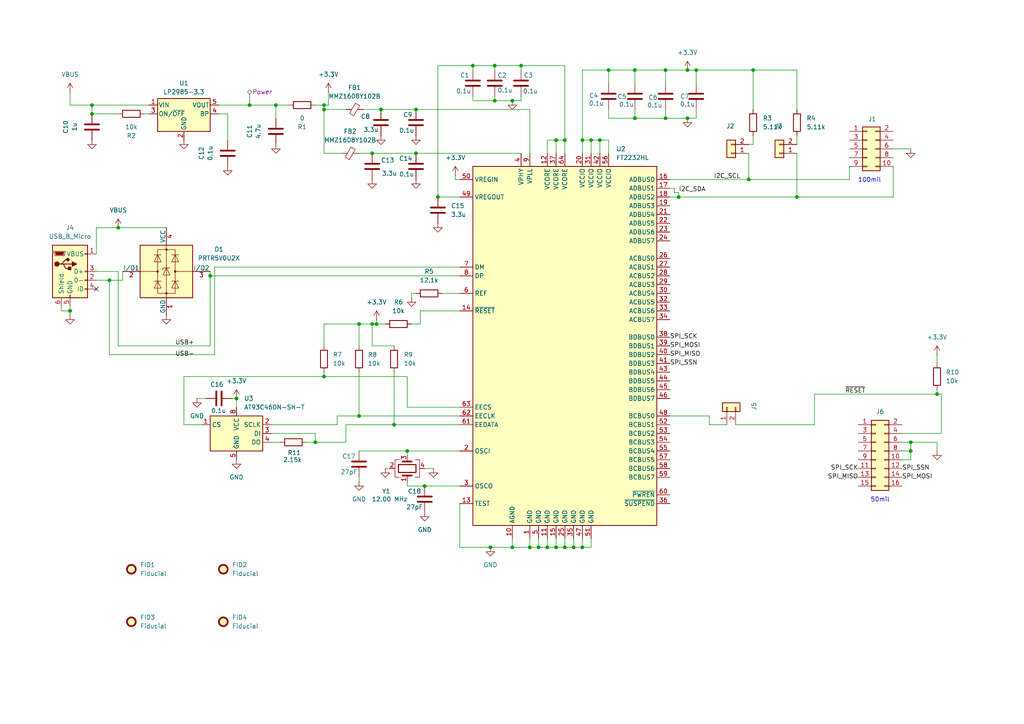
<source format=kicad_sch>
(kicad_sch (version 20231120) (generator "eeschema") (generator_version "8.0")
  (paper "A4")
  (lib_symbols
    (symbol "Connector:USB_B_Micro" (pin_names (offset 1.016))
      (property "Reference" "J" (at -5.08 11.43 0))
      (property "Value" "USB_B_Micro" (at -5.08 8.89 0))
      (symbol "USB_B_Micro_1_1"
        (pin power_out line (at 7.62 5.08 180) (length 2.54) (name "VBUS") (number "1"))
        (pin bidirectional line (at 7.62 -2.54 180) (length 2.54) (name "D-") (number "2"))
        (pin bidirectional line (at 7.62 0 180) (length 2.54) (name "D+") (number "3"))
        (pin passive line (at 7.62 -5.08 180) (length 2.54) (name "ID") (number "4"))
        (pin power_out line (at 0 -10.16 90) (length 2.54) (name "GND") (number "5"))
        (pin passive line (at -2.54 -10.16 90) (length 2.54) (name "Shield") (number "6"))
      )
    )
    (symbol "Connector_Generic:Conn_01x02" (pin_names (offset 1.016) hide)
      (property "Reference" "J" (at 0 2.54 0))
      (property "Value" "Conn_01x02" (at 0 -5.08 0))
      (symbol "Conn_01x02_1_1"
        (pin passive line (at -5.08 0 0) (length 3.81) (name "Pin_1") (number "1"))
        (pin passive line (at -5.08 -2.54 0) (length 3.81) (name "Pin_2") (number "2"))
      )
    )
    (symbol "Connector_Generic:Conn_02x05_Odd_Even" (pin_names (offset 1.016) hide)
      (property "Reference" "J" (at 1.27 7.62 0))
      (property "Value" "Conn_02x05_Odd_Even" (at 1.27 -7.62 0))
      (symbol "Conn_02x05_Odd_Even_1_1"
        (pin passive line (at -5.08 5.08 0) (length 3.81) (name "Pin_1") (number "1"))
        (pin passive line (at 7.62 -5.08 180) (length 3.81) (name "Pin_10") (number "10"))
        (pin passive line (at 7.62 5.08 180) (length 3.81) (name "Pin_2") (number "2"))
        (pin passive line (at -5.08 2.54 0) (length 3.81) (name "Pin_3") (number "3"))
        (pin passive line (at 7.62 2.54 180) (length 3.81) (name "Pin_4") (number "4"))
        (pin passive line (at -5.08 0 0) (length 3.81) (name "Pin_5") (number "5"))
        (pin passive line (at 7.62 0 180) (length 3.81) (name "Pin_6") (number "6"))
        (pin passive line (at -5.08 -2.54 0) (length 3.81) (name "Pin_7") (number "7"))
        (pin passive line (at 7.62 -2.54 180) (length 3.81) (name "Pin_8") (number "8"))
        (pin passive line (at -5.08 -5.08 0) (length 3.81) (name "Pin_9") (number "9"))
      )
    )
    (symbol "Connector_Generic:Conn_02x08_Odd_Even" (pin_names (offset 1.016) hide)
      (property "Reference" "J" (at 1.27 10.16 0))
      (property "Value" "Conn_02x08_Odd_Even" (at 1.27 -12.7 0))
      (symbol "Conn_02x08_Odd_Even_1_1"
        (pin passive line (at -5.08 7.62 0) (length 3.81) (name "Pin_1") (number "1"))
        (pin passive line (at 7.62 -2.54 180) (length 3.81) (name "Pin_10") (number "10"))
        (pin passive line (at -5.08 -5.08 0) (length 3.81) (name "Pin_11") (number "11"))
        (pin passive line (at 7.62 -5.08 180) (length 3.81) (name "Pin_12") (number "12"))
        (pin passive line (at -5.08 -7.62 0) (length 3.81) (name "Pin_13") (number "13"))
        (pin passive line (at 7.62 -7.62 180) (length 3.81) (name "Pin_14") (number "14"))
        (pin passive line (at -5.08 -10.16 0) (length 3.81) (name "Pin_15") (number "15"))
        (pin passive line (at 7.62 -10.16 180) (length 3.81) (name "Pin_16") (number "16"))
        (pin passive line (at 7.62 7.62 180) (length 3.81) (name "Pin_2") (number "2"))
        (pin passive line (at -5.08 5.08 0) (length 3.81) (name "Pin_3") (number "3"))
        (pin passive line (at 7.62 5.08 180) (length 3.81) (name "Pin_4") (number "4"))
        (pin passive line (at -5.08 2.54 0) (length 3.81) (name "Pin_5") (number "5"))
        (pin passive line (at 7.62 2.54 180) (length 3.81) (name "Pin_6") (number "6"))
        (pin passive line (at -5.08 0 0) (length 3.81) (name "Pin_7") (number "7"))
        (pin passive line (at 7.62 0 180) (length 3.81) (name "Pin_8") (number "8"))
        (pin passive line (at -5.08 -2.54 0) (length 3.81) (name "Pin_9") (number "9"))
      )
    )
    (symbol "Device:C" (pin_numbers hide) (pin_names (offset 0.254))
      (property "Reference" "C" (at 0.635 2.54 0))
      (property "Value" "C" (at 0.635 -2.54 0))
      (symbol "C_1_1"
        (pin passive line (at 0 3.81 270) (length 2.794) (name "~") (number "1"))
        (pin passive line (at 0 -3.81 90) (length 2.794) (name "~") (number "2"))
      )
    )
    (symbol "Device:Crystal_GND24" (pin_names (offset 1.016) hide)
      (property "Reference" "Y" (at 3.175 5.08 0))
      (property "Value" "Crystal_GND24" (at 3.175 3.175 0))
      (symbol "Crystal_GND24_1_1"
        (pin passive line (at -3.81 0 0) (length 1.27) (name "1") (number "1"))
        (pin passive line (at 0 5.08 270) (length 1.27) (name "2") (number "2"))
        (pin passive line (at 3.81 0 180) (length 1.27) (name "3") (number "3"))
        (pin passive line (at 0 -5.08 90) (length 1.27) (name "4") (number "4"))
      )
    )
    (symbol "Device:FerriteBead_Small" (pin_numbers hide) (pin_names (offset 0))
      (property "Reference" "FB" (at 1.905 1.27 0))
      (property "Value" "FerriteBead_Small" (at 1.905 -1.27 0))
      (symbol "FerriteBead_Small_1_1"
        (pin passive line (at 0 2.54 270) (length 1.27) (name "~") (number "1"))
        (pin passive line (at 0 -2.54 90) (length 1.27) (name "~") (number "2"))
      )
    )
    (symbol "Device:R" (pin_numbers hide) (pin_names (offset 0))
      (property "Reference" "R" (at 2.032 0 90))
      (property "Value" "R" (at 0 0 90))
      (symbol "R_1_1"
        (pin passive line (at 0 3.81 270) (length 1.27) (name "~") (number "1"))
        (pin passive line (at 0 -3.81 90) (length 1.27) (name "~") (number "2"))
      )
    )
    (symbol "Interface_USB:FT2232HL"
      (property "Reference" "U" (at -26.67 53.34 0))
      (property "Value" "FT2232HL" (at 19.05 53.34 0))
      (symbol "FT2232HL_1_1"
        (pin power_in line (at -10.16 -55.88 90) (length 3.81) (name "GND") (number "1"))
        (pin power_in line (at -15.24 -55.88 90) (length 3.81) (name "AGND") (number "10"))
        (pin power_in line (at -5.08 -55.88 90) (length 3.81) (name "GND") (number "11"))
        (pin power_in line (at -5.08 55.88 270) (length 3.81) (name "VCORE") (number "12"))
        (pin input line (at -30.48 -45.72 0) (length 3.81) (name "TEST") (number "13"))
        (pin input line (at -30.48 10.16 0) (length 3.81) (name "~{RESET}") (number "14"))
        (pin power_in line (at -2.54 -55.88 90) (length 3.81) (name "GND") (number "15"))
        (pin bidirectional line (at 30.48 48.26 180) (length 3.81) (name "ADBUS0") (number "16"))
        (pin bidirectional line (at 30.48 45.72 180) (length 3.81) (name "ADBUS1") (number "17"))
        (pin bidirectional line (at 30.48 43.18 180) (length 3.81) (name "ADBUS2") (number "18"))
        (pin bidirectional line (at 30.48 40.64 180) (length 3.81) (name "ADBUS3") (number "19"))
        (pin input line (at -30.48 -30.48 0) (length 3.81) (name "OSCI") (number "2"))
        (pin power_in line (at 5.08 55.88 270) (length 3.81) (name "VCCIO") (number "20"))
        (pin bidirectional line (at 30.48 38.1 180) (length 3.81) (name "ADBUS4") (number "21"))
        (pin bidirectional line (at 30.48 35.56 180) (length 3.81) (name "ADBUS5") (number "22"))
        (pin bidirectional line (at 30.48 33.02 180) (length 3.81) (name "ADBUS6") (number "23"))
        (pin bidirectional line (at 30.48 30.48 180) (length 3.81) (name "ADBUS7") (number "24"))
        (pin power_in line (at 0 -55.88 90) (length 3.81) (name "GND") (number "25"))
        (pin bidirectional line (at 30.48 25.4 180) (length 3.81) (name "ACBUS0") (number "26"))
        (pin bidirectional line (at 30.48 22.86 180) (length 3.81) (name "ACBUS1") (number "27"))
        (pin bidirectional line (at 30.48 20.32 180) (length 3.81) (name "ACBUS2") (number "28"))
        (pin bidirectional line (at 30.48 17.78 180) (length 3.81) (name "ACBUS3") (number "29"))
        (pin output line (at -30.48 -40.64 0) (length 3.81) (name "OSCO") (number "3"))
        (pin bidirectional line (at 30.48 15.24 180) (length 3.81) (name "ACBUS4") (number "30"))
        (pin power_in line (at 7.62 55.88 270) (length 3.81) (name "VCCIO") (number "31"))
        (pin bidirectional line (at 30.48 12.7 180) (length 3.81) (name "ACBUS5") (number "32"))
        (pin bidirectional line (at 30.48 10.16 180) (length 3.81) (name "ACBUS6") (number "33"))
        (pin bidirectional line (at 30.48 7.62 180) (length 3.81) (name "ACBUS7") (number "34"))
        (pin power_in line (at 2.54 -55.88 90) (length 3.81) (name "GND") (number "35"))
        (pin output line (at 30.48 -45.72 180) (length 3.81) (name "~{SUSPEND}") (number "36"))
        (pin power_in line (at -2.54 55.88 270) (length 3.81) (name "VCORE") (number "37"))
        (pin bidirectional line (at 30.48 2.54 180) (length 3.81) (name "BDBUS0") (number "38"))
        (pin bidirectional line (at 30.48 0 180) (length 3.81) (name "BDBUS1") (number "39"))
        (pin power_in line (at -12.7 55.88 270) (length 3.81) (name "VPHY") (number "4"))
        (pin bidirectional line (at 30.48 -2.54 180) (length 3.81) (name "BDBUS2") (number "40"))
        (pin bidirectional line (at 30.48 -5.08 180) (length 3.81) (name "BDBUS3") (number "41"))
        (pin power_in line (at 10.16 55.88 270) (length 3.81) (name "VCCIO") (number "42"))
        (pin bidirectional line (at 30.48 -7.62 180) (length 3.81) (name "BDBUS4") (number "43"))
        (pin bidirectional line (at 30.48 -10.16 180) (length 3.81) (name "BDBUS5") (number "44"))
        (pin bidirectional line (at 30.48 -12.7 180) (length 3.81) (name "BDBUS6") (number "45"))
        (pin bidirectional line (at 30.48 -15.24 180) (length 3.81) (name "BDBUS7") (number "46"))
        (pin power_in line (at 5.08 -55.88 90) (length 3.81) (name "GND") (number "47"))
        (pin bidirectional line (at 30.48 -20.32 180) (length 3.81) (name "BCBUS0") (number "48"))
        (pin power_out line (at -30.48 43.18 0) (length 3.81) (name "VREGOUT") (number "49"))
        (pin power_in line (at -7.62 -55.88 90) (length 3.81) (name "GND") (number "5"))
        (pin power_in line (at -30.48 48.26 0) (length 3.81) (name "VREGIN") (number "50"))
        (pin power_in line (at 7.62 -55.88 90) (length 3.81) (name "GND") (number "51"))
        (pin bidirectional line (at 30.48 -22.86 180) (length 3.81) (name "BCBUS1") (number "52"))
        (pin bidirectional line (at 30.48 -25.4 180) (length 3.81) (name "BCBUS2") (number "53"))
        (pin bidirectional line (at 30.48 -27.94 180) (length 3.81) (name "BCBUS3") (number "54"))
        (pin bidirectional line (at 30.48 -30.48 180) (length 3.81) (name "BCBUS4") (number "55"))
        (pin power_in line (at 12.7 55.88 270) (length 3.81) (name "VCCIO") (number "56"))
        (pin bidirectional line (at 30.48 -33.02 180) (length 3.81) (name "BCBUS5") (number "57"))
        (pin bidirectional line (at 30.48 -35.56 180) (length 3.81) (name "BCBUS6") (number "58"))
        (pin bidirectional line (at 30.48 -38.1 180) (length 3.81) (name "BCBUS7") (number "59"))
        (pin output line (at -30.48 15.24 0) (length 3.81) (name "REF") (number "6"))
        (pin output line (at 30.48 -43.18 180) (length 3.81) (name "~{PWREN}") (number "60"))
        (pin bidirectional line (at -30.48 -22.86 0) (length 3.81) (name "EEDATA") (number "61"))
        (pin output line (at -30.48 -20.32 0) (length 3.81) (name "EECLK") (number "62"))
        (pin output line (at -30.48 -17.78 0) (length 3.81) (name "EECS") (number "63"))
        (pin power_in line (at 0 55.88 270) (length 3.81) (name "VCORE") (number "64"))
        (pin bidirectional line (at -30.48 22.86 0) (length 3.81) (name "DM") (number "7"))
        (pin bidirectional line (at -30.48 20.32 0) (length 3.81) (name "DP") (number "8"))
        (pin input line (at -10.16 55.88 270) (length 3.81) (name "VPLL") (number "9"))
      )
    )
    (symbol "Mechanical:Fiducial" (exclude_from_sim yes) (in_bom no)
      (property "Reference" "FID" (at 0 5.08 0))
      (property "Value" "Fiducial" (at 0 3.175 0))
    )
    (symbol "Memory_EEPROM:93CxxB"
      (property "Reference" "U" (at -7.62 6.35 0))
      (property "Value" "93CxxB" (at 2.54 -6.35 0))
      (symbol "93CxxB_1_1"
        (pin input line (at -10.16 2.54 0) (length 2.54) (name "CS") (number "1"))
        (pin input line (at 10.16 2.54 180) (length 2.54) (name "SCLK") (number "2"))
        (pin input line (at 10.16 0 180) (length 2.54) (name "DI") (number "3"))
        (pin tri_state line (at 10.16 -2.54 180) (length 2.54) (name "DO") (number "4"))
        (pin power_in line (at 0 -7.62 90) (length 2.54) (name "GND") (number "5"))
        (pin no_connect line (at -7.62 0 0) (length 2.54) hide (name "NC") (number "6"))
        (pin no_connect line (at -7.62 -2.54 0) (length 2.54) hide (name "NC") (number "7"))
        (pin power_in line (at 0 7.62 270) (length 2.54) (name "VCC") (number "8"))
      )
    )
    (symbol "Power_Protection:PRTR5V0U2X" (pin_names (offset 0))
      (property "Reference" "D" (at 2.794 8.636 0))
      (property "Value" "PRTR5V0U2X" (at 8.128 -9.398 0))
      (symbol "PRTR5V0U2X_1_1"
        (pin passive line (at 0 -12.7 90) (length 5.08) (name "GND") (number "1"))
        (pin passive line (at -12.7 0 0) (length 5.08) (name "I/O1") (number "2"))
        (pin passive line (at 12.7 0 180) (length 5.08) (name "I/O2") (number "3"))
        (pin passive line (at 0 12.7 270) (length 5.08) (name "VCC") (number "4"))
      )
    )
    (symbol "Regulator_Linear:LP2985-3.3" (pin_names (offset 0.254))
      (property "Reference" "U" (at -6.35 5.715 0))
      (property "Value" "LP2985-3.3" (at 0 5.715 0))
      (symbol "LP2985-3.3_1_1"
        (pin power_in line (at -10.16 2.54 0) (length 2.54) (name "VIN") (number "1"))
        (pin power_in line (at 0 -7.62 90) (length 2.54) (name "GND") (number "2"))
        (pin input line (at -10.16 0 0) (length 2.54) (name "ON/~{OFF}") (number "3"))
        (pin input line (at 10.16 0 180) (length 2.54) (name "BP") (number "4"))
        (pin power_out line (at 10.16 2.54 180) (length 2.54) (name "VOUT") (number "5"))
      )
    )
    (symbol "power:+3.3V" (power) (pin_numbers hide) (pin_names (offset 0) hide)
      (property "Value" "+3.3V" (at 0 3.556 0))
      (symbol "+3.3V_1_1"
        (pin power_in line (at 0 0 90) (length 0) (name "~") (number "1"))
      )
    )
    (symbol "power:GND" (power) (pin_numbers hide) (pin_names (offset 0) hide)
      (property "Value" "GND" (at 0 -3.81 0))
      (symbol "GND_1_1"
        (pin power_in line (at 0 0 270) (length 0) (name "~") (number "1"))
      )
    )
    (symbol "power:VBUS" (power) (pin_numbers hide) (pin_names (offset 0) hide)
      (property "Value" "VBUS" (at 0 3.556 0))
      (symbol "VBUS_1_1"
        (pin power_in line (at 0 0 90) (length 0) (name "~") (number "1"))
      )
    )
  )
  (junction (at 163.83 40.64))
  (junction (at 153.67 158.75))
  (junction (at 91.44 128.27))
  (junction (at 184.15 20.32))
  (junction (at 109.22 93.98))
  (junction (at 34.29 66.04))
  (junction (at 142.24 158.75))
  (junction (at 158.75 158.75))
  (junction (at 161.29 158.75))
  (junction (at 31.75 81.28))
  (junction (at 60.96 80.01))
  (junction (at 201.93 20.32))
  (junction (at 166.37 158.75))
  (junction (at 93.98 31.75))
  (junction (at 168.91 158.75))
  (junction (at 26.67 30.48))
  (junction (at 196.85 57.15))
  (junction (at 193.04 34.29))
  (junction (at 110.49 31.75))
  (junction (at 93.98 30.48))
  (junction (at 163.83 158.75))
  (junction (at 104.14 120.65))
  (junction (at 93.98 109.22))
  (junction (at 217.17 52.07))
  (junction (at 80.01 30.48))
  (junction (at 173.99 40.64))
  (junction (at 143.51 19.05))
  (junction (at 151.13 19.05))
  (junction (at 184.15 34.29))
  (junction (at 271.78 114.3))
  (junction (at 168.91 40.64))
  (junction (at 118.11 130.81))
  (junction (at 127 57.15))
  (junction (at 171.45 40.64))
  (junction (at 68.58 115.57))
  (junction (at 199.39 34.29))
  (junction (at 193.04 20.32))
  (junction (at 264.16 130.81))
  (junction (at 264.16 128.27))
  (junction (at 20.32 90.17))
  (junction (at 107.95 44.45))
  (junction (at 161.29 40.64))
  (junction (at 231.14 57.15))
  (junction (at 26.67 33.02))
  (junction (at 143.51 29.21))
  (junction (at 72.39 30.48))
  (junction (at 218.44 20.32))
  (junction (at 156.21 158.75))
  (junction (at 199.39 20.32))
  (junction (at 148.59 29.21))
  (junction (at 104.14 93.98))
  (junction (at 114.3 123.19))
  (junction (at 148.59 158.75))
  (junction (at 123.19 140.97))
  (junction (at 120.65 44.45))
  (junction (at 107.95 93.98))
  (junction (at 137.16 19.05))
  (junction (at 176.53 20.32))
  (junction (at 120.65 31.75))
  (no_connect (at 27.94 83.82))
  (wire (pts (xy 128.27 85.09) (xy 133.35 85.09)))
  (wire (pts (xy 95.25 30.48) (xy 95.25 26.67)))
  (wire (pts (xy 133.35 146.05) (xy 133.35 158.75)))
  (wire (pts (xy 93.98 31.75) (xy 93.98 30.48)))
  (wire (pts (xy 93.98 93.98) (xy 104.14 93.98)))
  (wire (pts (xy 114.3 123.19) (xy 100.33 123.19)))
  (wire (pts (xy 166.37 156.21) (xy 166.37 158.75)))
  (wire (pts (xy 63.5 30.48) (xy 72.39 30.48)))
  (wire (pts (xy 97.79 123.19) (xy 97.79 120.65)))
  (wire (pts (xy 158.75 40.64) (xy 161.29 40.64)))
  (wire (pts (xy 205.74 120.65) (xy 205.74 123.19)))
  (wire (pts (xy 271.78 113.03) (xy 271.78 114.3)))
  (wire (pts (xy 114.3 107.95) (xy 114.3 123.19)))
  (wire (pts (xy 31.75 102.87) (xy 62.23 102.87)))
  (wire (pts (xy 231.14 31.75) (xy 231.14 20.32)))
  (wire (pts (xy 231.14 20.32) (xy 218.44 20.32)))
  (wire (pts (xy 110.49 31.75) (xy 120.65 31.75)))
  (wire (pts (xy 161.29 40.64) (xy 163.83 40.64)))
  (wire (pts (xy 20.32 30.48) (xy 20.32 26.67)))
  (wire (pts (xy 168.91 20.32) (xy 176.53 20.32)))
  (wire (pts (xy 27.94 66.04) (xy 34.29 66.04)))
  (wire (pts (xy 109.22 92.71) (xy 109.22 93.98)))
  (wire (pts (xy 259.08 48.26) (xy 259.08 57.15)))
  (wire (pts (xy 137.16 20.32) (xy 137.16 19.05)))
  (wire (pts (xy 99.06 44.45) (xy 93.98 44.45)))
  (wire (pts (xy 20.32 90.17) (xy 20.32 88.9)))
  (wire (pts (xy 171.45 40.64) (xy 171.45 44.45)))
  (wire (pts (xy 118.11 109.22) (xy 118.11 118.11)))
  (wire (pts (xy 127 57.15) (xy 127 19.05)))
  (wire (pts (xy 104.14 138.43) (xy 104.14 139.7)))
  (wire (pts (xy 194.31 57.15) (xy 196.85 57.15)))
  (wire (pts (xy 66.04 40.64) (xy 66.04 33.02)))
  (wire (pts (xy 100.33 123.19) (xy 100.33 128.27)))
  (wire (pts (xy 264.16 128.27) (xy 264.16 130.81)))
  (wire (pts (xy 193.04 20.32) (xy 184.15 20.32)))
  (wire (pts (xy 93.98 100.33) (xy 93.98 93.98)))
  (wire (pts (xy 156.21 156.21) (xy 156.21 158.75)))
  (wire (pts (xy 163.83 40.64) (xy 163.83 44.45)))
  (wire (pts (xy 168.91 44.45) (xy 168.91 40.64)))
  (wire (pts (xy 133.35 140.97) (xy 123.19 140.97)))
  (wire (pts (xy 104.14 107.95) (xy 104.14 120.65)))
  (wire (pts (xy 161.29 158.75) (xy 163.83 158.75)))
  (wire (pts (xy 114.3 100.33) (xy 107.95 100.33)))
  (wire (pts (xy 246.38 48.26) (xy 246.38 52.07)))
  (wire (pts (xy 151.13 19.05) (xy 163.83 19.05)))
  (wire (pts (xy 158.75 158.75) (xy 161.29 158.75)))
  (wire (pts (xy 273.05 125.73) (xy 273.05 114.3)))
  (wire (pts (xy 137.16 19.05) (xy 143.51 19.05)))
  (wire (pts (xy 218.44 20.32) (xy 201.93 20.32)))
  (wire (pts (xy 143.51 19.05) (xy 151.13 19.05)))
  (wire (pts (xy 78.74 123.19) (xy 97.79 123.19)))
  (wire (pts (xy 31.75 81.28) (xy 31.75 102.87)))
  (wire (pts (xy 184.15 20.32) (xy 184.15 24.13)))
  (wire (pts (xy 151.13 19.05) (xy 151.13 20.32)))
  (wire (pts (xy 261.62 128.27) (xy 264.16 128.27)))
  (wire (pts (xy 271.78 102.87) (xy 271.78 105.41)))
  (wire (pts (xy 153.67 156.21) (xy 153.67 158.75)))
  (wire (pts (xy 111.76 135.89) (xy 113.03 135.89)))
  (wire (pts (xy 271.78 130.81) (xy 271.78 128.27)))
  (wire (pts (xy 194.31 120.65) (xy 205.74 120.65)))
  (wire (pts (xy 168.91 40.64) (xy 168.91 20.32)))
  (wire (pts (xy 161.29 40.64) (xy 161.29 44.45)))
  (wire (pts (xy 259.08 57.15) (xy 231.14 57.15)))
  (wire (pts (xy 176.53 40.64) (xy 176.53 44.45)))
  (wire (pts (xy 195.58 55.88) (xy 195.58 54.61)))
  (wire (pts (xy 196.85 55.88) (xy 195.58 55.88)))
  (wire (pts (xy 148.59 158.75) (xy 153.67 158.75)))
  (wire (pts (xy 193.04 34.29) (xy 199.39 34.29)))
  (wire (pts (xy 78.74 125.73) (xy 91.44 125.73)))
  (wire (pts (xy 193.04 20.32) (xy 193.04 24.13)))
  (wire (pts (xy 104.14 44.45) (xy 107.95 44.45)))
  (wire (pts (xy 218.44 31.75) (xy 218.44 20.32)))
  (wire (pts (xy 143.51 19.05) (xy 143.51 20.32)))
  (wire (pts (xy 133.35 123.19) (xy 114.3 123.19)))
  (wire (pts (xy 34.29 78.74) (xy 27.94 78.74)))
  (wire (pts (xy 53.34 109.22) (xy 93.98 109.22)))
  (wire (pts (xy 217.17 44.45) (xy 217.17 52.07)))
  (wire (pts (xy 107.95 44.45) (xy 120.65 44.45)))
  (wire (pts (xy 80.01 30.48) (xy 83.82 30.48)))
  (wire (pts (xy 78.74 128.27) (xy 81.28 128.27)))
  (wire (pts (xy 236.22 114.3) (xy 236.22 123.19)))
  (wire (pts (xy 119.38 86.36) (xy 119.38 85.09)))
  (wire (pts (xy 184.15 34.29) (xy 193.04 34.29)))
  (wire (pts (xy 91.44 125.73) (xy 91.44 128.27)))
  (wire (pts (xy 68.58 115.57) (xy 68.58 118.11)))
  (wire (pts (xy 121.92 90.17) (xy 133.35 90.17)))
  (wire (pts (xy 80.01 30.48) (xy 80.01 34.29)))
  (wire (pts (xy 118.11 140.97) (xy 123.19 140.97)))
  (wire (pts (xy 194.31 52.07) (xy 217.17 52.07)))
  (wire (pts (xy 27.94 73.66) (xy 27.94 66.04)))
  (wire (pts (xy 93.98 107.95) (xy 93.98 109.22)))
  (wire (pts (xy 261.62 133.35) (xy 264.16 133.35)))
  (wire (pts (xy 57.15 115.57) (xy 59.69 115.57)))
  (wire (pts (xy 100.33 128.27) (xy 91.44 128.27)))
  (wire (pts (xy 104.14 130.81) (xy 118.11 130.81)))
  (wire (pts (xy 26.67 33.02) (xy 34.29 33.02)))
  (wire (pts (xy 34.29 100.33) (xy 34.29 78.74)))
  (wire (pts (xy 120.65 44.45) (xy 151.13 44.45)))
  (wire (pts (xy 171.45 156.21) (xy 171.45 158.75)))
  (wire (pts (xy 132.08 52.07) (xy 132.08 50.8)))
  (wire (pts (xy 60.96 80.01) (xy 60.96 100.33)))
  (wire (pts (xy 259.08 43.18) (xy 264.16 43.18)))
  (wire (pts (xy 35.56 81.28) (xy 35.56 78.74)))
  (wire (pts (xy 236.22 123.19) (xy 213.36 123.19)))
  (wire (pts (xy 107.95 100.33) (xy 107.95 93.98)))
  (wire (pts (xy 217.17 52.07) (xy 246.38 52.07)))
  (wire (pts (xy 156.21 158.75) (xy 158.75 158.75)))
  (wire (pts (xy 148.59 156.21) (xy 148.59 158.75)))
  (wire (pts (xy 53.34 123.19) (xy 58.42 123.19)))
  (wire (pts (xy 264.16 133.35) (xy 264.16 130.81)))
  (wire (pts (xy 271.78 114.3) (xy 236.22 114.3)))
  (wire (pts (xy 153.67 44.45) (xy 153.67 31.75)))
  (wire (pts (xy 119.38 85.09) (xy 120.65 85.09)))
  (wire (pts (xy 217.17 41.91) (xy 218.44 41.91)))
  (wire (pts (xy 195.58 54.61) (xy 194.31 54.61)))
  (wire (pts (xy 158.75 156.21) (xy 158.75 158.75)))
  (wire (pts (xy 123.19 135.89) (xy 125.73 135.89)))
  (wire (pts (xy 168.91 158.75) (xy 171.45 158.75)))
  (wire (pts (xy 26.67 30.48) (xy 20.32 30.48)))
  (wire (pts (xy 158.75 44.45) (xy 158.75 40.64)))
  (wire (pts (xy 163.83 19.05) (xy 163.83 40.64)))
  (wire (pts (xy 153.67 158.75) (xy 156.21 158.75)))
  (wire (pts (xy 31.75 81.28) (xy 35.56 81.28)))
  (wire (pts (xy 93.98 44.45) (xy 93.98 31.75)))
  (wire (pts (xy 20.32 91.44) (xy 20.32 90.17)))
  (wire (pts (xy 173.99 40.64) (xy 176.53 40.64)))
  (wire (pts (xy 107.95 93.98) (xy 109.22 93.98)))
  (wire (pts (xy 271.78 128.27) (xy 264.16 128.27)))
  (wire (pts (xy 142.24 158.75) (xy 148.59 158.75)))
  (wire (pts (xy 231.14 57.15) (xy 196.85 57.15)))
  (wire (pts (xy 66.04 33.02) (xy 63.5 33.02)))
  (wire (pts (xy 201.93 34.29) (xy 199.39 34.29)))
  (wire (pts (xy 153.67 31.75) (xy 120.65 31.75)))
  (wire (pts (xy 104.14 120.65) (xy 133.35 120.65)))
  (wire (pts (xy 184.15 20.32) (xy 176.53 20.32)))
  (wire (pts (xy 104.14 93.98) (xy 107.95 93.98)))
  (wire (pts (xy 133.35 52.07) (xy 132.08 52.07)))
  (wire (pts (xy 173.99 40.64) (xy 173.99 44.45)))
  (wire (pts (xy 143.51 29.21) (xy 148.59 29.21)))
  (wire (pts (xy 151.13 29.21) (xy 151.13 27.94)))
  (wire (pts (xy 201.93 24.13) (xy 201.93 20.32)))
  (wire (pts (xy 72.39 30.48) (xy 80.01 30.48)))
  (wire (pts (xy 168.91 156.21) (xy 168.91 158.75)))
  (wire (pts (xy 93.98 31.75) (xy 100.33 31.75)))
  (wire (pts (xy 184.15 31.75) (xy 184.15 34.29)))
  (wire (pts (xy 67.31 115.57) (xy 68.58 115.57)))
  (wire (pts (xy 231.14 44.45) (xy 231.14 57.15)))
  (wire (pts (xy 193.04 31.75) (xy 193.04 34.29)))
  (wire (pts (xy 161.29 156.21) (xy 161.29 158.75)))
  (wire (pts (xy 261.62 125.73) (xy 273.05 125.73)))
  (wire (pts (xy 143.51 27.94) (xy 143.51 29.21)))
  (wire (pts (xy 26.67 30.48) (xy 43.18 30.48)))
  (wire (pts (xy 60.96 80.01) (xy 133.35 80.01)))
  (wire (pts (xy 205.74 123.19) (xy 210.82 123.19)))
  (wire (pts (xy 133.35 130.81) (xy 118.11 130.81)))
  (wire (pts (xy 176.53 31.75) (xy 176.53 34.29)))
  (wire (pts (xy 148.59 29.21) (xy 151.13 29.21)))
  (wire (pts (xy 60.96 78.74) (xy 60.96 80.01)))
  (wire (pts (xy 163.83 156.21) (xy 163.83 158.75)))
  (wire (pts (xy 176.53 34.29) (xy 184.15 34.29)))
  (wire (pts (xy 171.45 40.64) (xy 173.99 40.64)))
  (wire (pts (xy 201.93 31.75) (xy 201.93 34.29)))
  (wire (pts (xy 17.78 90.17) (xy 17.78 88.9)))
  (wire (pts (xy 72.39 29.21) (xy 72.39 30.48)))
  (wire (pts (xy 273.05 114.3) (xy 271.78 114.3)))
  (wire (pts (xy 91.44 128.27) (xy 88.9 128.27)))
  (wire (pts (xy 201.93 20.32) (xy 199.39 20.32)))
  (wire (pts (xy 41.91 33.02) (xy 43.18 33.02)))
  (wire (pts (xy 137.16 27.94) (xy 137.16 29.21)))
  (wire (pts (xy 104.14 93.98) (xy 104.14 100.33)))
  (wire (pts (xy 118.11 140.97) (xy 118.11 139.7)))
  (wire (pts (xy 93.98 109.22) (xy 118.11 109.22)))
  (wire (pts (xy 133.35 77.47) (xy 62.23 77.47)))
  (wire (pts (xy 218.44 41.91) (xy 218.44 39.37)))
  (wire (pts (xy 196.85 57.15) (xy 196.85 55.88)))
  (wire (pts (xy 53.34 123.19) (xy 53.34 109.22)))
  (wire (pts (xy 231.14 39.37) (xy 231.14 41.91)))
  (wire (pts (xy 121.92 93.98) (xy 119.38 93.98)))
  (wire (pts (xy 91.44 30.48) (xy 93.98 30.48)))
  (wire (pts (xy 133.35 57.15) (xy 127 57.15)))
  (wire (pts (xy 264.16 130.81) (xy 261.62 130.81)))
  (wire (pts (xy 176.53 20.32) (xy 176.53 24.13)))
  (wire (pts (xy 20.32 90.17) (xy 17.78 90.17)))
  (wire (pts (xy 121.92 90.17) (xy 121.92 93.98)))
  (wire (pts (xy 105.41 31.75) (xy 110.49 31.75)))
  (wire (pts (xy 109.22 93.98) (xy 111.76 93.98)))
  (wire (pts (xy 166.37 158.75) (xy 168.91 158.75)))
  (wire (pts (xy 34.29 66.04) (xy 48.26 66.04)))
  (wire (pts (xy 97.79 120.65) (xy 104.14 120.65)))
  (wire (pts (xy 27.94 81.28) (xy 31.75 81.28)))
  (wire (pts (xy 199.39 20.32) (xy 193.04 20.32)))
  (wire (pts (xy 163.83 158.75) (xy 166.37 158.75)))
  (wire (pts (xy 127 19.05) (xy 137.16 19.05)))
  (wire (pts (xy 137.16 29.21) (xy 143.51 29.21)))
  (wire (pts (xy 118.11 130.81) (xy 118.11 132.08)))
  (wire (pts (xy 34.29 100.33) (xy 60.96 100.33)))
  (wire (pts (xy 93.98 30.48) (xy 95.25 30.48)))
  (wire (pts (xy 168.91 40.64) (xy 171.45 40.64)))
  (wire (pts (xy 62.23 77.47) (xy 62.23 102.87)))
  (wire (pts (xy 133.35 158.75) (xy 142.24 158.75)))
  (wire (pts (xy 26.67 30.48) (xy 26.67 33.02)))
  (wire (pts (xy 118.11 118.11) (xy 133.35 118.11)))
  (text "100mil" (at 252.222 52.324 0) (effects (font (size 1.27 1.27))))
  (text "50mil" (at 255.27 145.034 0) (effects (font (size 1.27 1.27))))
  (label "I2C_SCL" (at 207.01 52.07 0))
  (label "SPI_SCK" (at 248.92 135.89 180))
  (label "SPI_SSN" (at 194.31 105.41 0))
  (label "SPI_MISO" (at 194.31 102.87 0))
  (label "I2C_SDA" (at 196.85 55.88 0))
  (label "SPI_SCK" (at 194.31 97.79 0))
  (label "~{RESET}" (at 245.11 114.3 0))
  (label "SPI_SSN" (at 261.62 135.89 0))
  (label "SPI_MOSI" (at 194.31 100.33 0))
  (label "USB-" (at 50.8 102.87 0))
  (label "SPI_MISO" (at 248.92 138.43 180))
  (label "USB+" (at 50.8 100.33 0))
  (label "SPI_MOSI" (at 261.62 138.43 0))
  (netclass_flag "" (length 2.54) (shape round) (at 72.39 29.21 0) (property "Netclass" "Power" (at 73.0885 26.67 0) (effects (font (italic yes)) (justify left))))
  (symbol (lib_id "Mechanical:Fiducial") (at 64.77 165.1 0) (unit 1) (exclude_from_sim yes) (in_bom no)
    (property "Reference" "FID2" (at 67.31 163.8299 0) (effects (justify left)))
    (property "Value" "Fiducial" (at 67.31 166.3699 0) (effects (justify left)))
    (property "Footprint" "Fiducial:Fiducial_1mm_Mask3mm" (effects (hide yes)))
    (property "Description" "Fiducial Marker" (effects (hide yes)))
  )
  (symbol (lib_id "power:+3.3V") (at 109.22 92.71 0) (unit 1)
    (property "Reference" "#PWR021" (effects (hide yes)))
    (property "Value" "+3.3V" (at 109.22 87.63 0))
    (property "Description" "Power symbol creates a global label with name \"+3.3V\"" (effects (hide yes)))
  )
  (symbol (lib_id "power:GND") (at 127 64.77 0) (unit 1)
    (property "Reference" "#PWR016" (effects (hide yes)))
    (property "Value" "GND" (effects (hide yes)))
    (property "Description" "Power symbol creates a global label with name \"GND\" , ground" (effects (hide yes)))
  )
  (symbol (lib_id "Device:C") (at 80.01 38.1 180) (unit 1)
    (property "Reference" "C11" (at 72.39 38.1 90))
    (property "Value" "4.7u" (at 74.93 38.1 90))
    (property "Footprint" "Capacitor_SMD:C_0402_1005Metric_Pad0.74x0.62mm_HandSolder" (effects (hide yes)))
    (property "Description" "Unpolarized capacitor" (effects (hide yes)))
    (property "LCSC" "C106859" (effects (hide yes)))
  )
  (symbol (lib_id "Regulator_Linear:LP2985-3.3") (at 53.34 33.02 0) (unit 1)
    (property "Reference" "U1" (at 53.34 24.13 0))
    (property "Value" "LP2985-3.3" (at 53.34 26.67 0))
    (property "Footprint" "Package_TO_SOT_SMD:SOT-23-5" (effects (hide yes)))
    (property "Datasheet" "http://www.ti.com/lit/ds/symlink/lp2985.pdf" (effects (hide yes)))
    (property "Description" "150mA 16V Low-noise Low-dropout Regulator With Shutdown, 3.3V output voltage, SOT-23-5" (effects (hide yes)))
    (property "LCSC" "C129375" (effects (hide yes)))
  )
  (symbol (lib_id "Mechanical:Fiducial") (at 38.1 180.34 0) (unit 1) (exclude_from_sim yes) (in_bom no)
    (property "Reference" "FID3" (at 40.64 179.0699 0) (effects (justify left)))
    (property "Value" "Fiducial" (at 40.64 181.6099 0) (effects (justify left)))
    (property "Footprint" "Fiducial:Fiducial_1mm_Mask3mm" (effects (hide yes)))
    (property "Description" "Fiducial Marker" (effects (hide yes)))
  )
  (symbol (lib_id "Connector:USB_B_Micro") (at 20.32 78.74 0) (unit 1)
    (property "Reference" "J4" (at 20.32 66.04 0))
    (property "Value" "USB_B_Micro" (at 20.32 68.58 0))
    (property "Footprint" "Connector_USB:USB_Micro-B_Amphenol_10118193-0001LF_Horizontal" (effects (hide yes)))
    (property "Description" "USB Micro Type B connector" (effects (hide yes)))
    (property "LCSC" "C132562" (effects (hide yes)))
  )
  (symbol (lib_id "Device:FerriteBead_Small") (at 102.87 31.75 90) (unit 1)
    (property "Reference" "FB1" (at 102.8319 25.4 90))
    (property "Value" "MMZ1608Y102B" (at 102.8319 27.94 90))
    (property "Footprint" "Capacitor_SMD:C_0603_1608Metric_Pad1.08x0.95mm_HandSolder" (effects (hide yes)))
    (property "Description" "Ferrite bead, small symbol" (effects (hide yes)))
    (property "LCSC" "C114771" (effects (hide yes)))
  )
  (symbol (lib_id "Device:C") (at 176.53 27.94 180) (unit 1)
    (property "Reference" "C4" (at 172.1999 27.7155 0))
    (property "Value" "0.1u" (at 172.9619 30.0015 0))
    (property "Footprint" "Capacitor_SMD:C_0402_1005Metric_Pad0.74x0.62mm_HandSolder" (effects (hide yes)))
    (property "Description" "Unpolarized capacitor" (effects (hide yes)))
    (property "LCSC" "C5142567" (effects (hide yes)))
  )
  (symbol (lib_id "power:GND") (at 48.26 91.44 0) (unit 1)
    (property "Reference" "#PWR020" (effects (hide yes)))
    (property "Value" "GND" (effects (hide yes)))
    (property "Description" "Power symbol creates a global label with name \"GND\" , ground" (effects (hide yes)))
  )
  (symbol (lib_id "Device:C") (at 26.67 36.83 180) (unit 1)
    (property "Reference" "C10" (at 19.05 36.83 90))
    (property "Value" "1u" (at 21.59 36.83 90))
    (property "Footprint" "Capacitor_SMD:C_0603_1608Metric_Pad1.08x0.95mm_HandSolder" (effects (hide yes)))
    (property "Description" "Unpolarized capacitor" (effects (hide yes)))
    (property "LCSC" "C15849" (effects (hide yes)))
  )
  (symbol (lib_id "Device:FerriteBead_Small") (at 101.6 44.45 90) (unit 1)
    (property "Reference" "FB2" (at 101.5619 38.1 90))
    (property "Value" "MMZ1608Y102B" (at 101.5619 40.64 90))
    (property "Footprint" "Capacitor_SMD:C_0603_1608Metric_Pad1.08x0.95mm_HandSolder" (effects (hide yes)))
    (property "Description" "Ferrite bead, small symbol" (effects (hide yes)))
    (property "LCSC" "C114771" (effects (hide yes)))
  )
  (symbol (lib_id "Device:R") (at 104.14 104.14 180) (unit 1)
    (property "Reference" "R8" (at 106.68 102.8699 0) (effects (justify right)))
    (property "Value" "10k" (at 106.68 105.4099 0) (effects (justify right)))
    (property "Footprint" "Resistor_SMD:R_0402_1005Metric_Pad0.72x0.64mm_HandSolder" (effects (hide yes)))
    (property "Description" "Resistor" (effects (hide yes)))
    (property "LCSC" "C25744" (effects (hide yes)))
  )
  (symbol (lib_id "power:GND") (at 20.32 91.44 0) (unit 1)
    (property "Reference" "#PWR019" (effects (hide yes)))
    (property "Value" "GND" (effects (hide yes)))
    (property "Description" "Power symbol creates a global label with name \"GND\" , ground" (effects (hide yes)))
  )
  (symbol (lib_id "power:GND") (at 68.58 133.35 0) (unit 1)
    (property "Reference" "#PWR026" (effects (hide yes)))
    (property "Value" "GND" (at 68.58 138.43 0))
    (property "Description" "Power symbol creates a global label with name \"GND\" , ground" (effects (hide yes)))
  )
  (symbol (lib_id "Device:C") (at 123.19 144.78 180) (unit 1)
    (property "Reference" "C18" (at 122.174 142.494 0) (effects (justify left)))
    (property "Value" "27pF" (at 122.682 147.066 0) (effects (justify left)))
    (property "Footprint" "Capacitor_SMD:C_0402_1005Metric_Pad0.74x0.62mm_HandSolder" (effects (hide yes)))
    (property "Description" "Unpolarized capacitor" (effects (hide yes)))
    (property "LCSC" "C107002" (effects (hide yes)))
  )
  (symbol (lib_id "power:GND") (at 264.16 43.18 0) (unit 1)
    (property "Reference" "#PWR011" (effects (hide yes)))
    (property "Value" "GND" (effects (hide yes)))
    (property "Description" "Power symbol creates a global label with name \"GND\" , ground" (effects (hide yes)))
  )
  (symbol (lib_id "Interface_USB:FT2232HL") (at 163.83 100.33 0) (unit 1)
    (property "Reference" "U2" (at 178.7241 43.18 0) (effects (justify left)))
    (property "Value" "FT2232HL" (at 178.7241 45.72 0) (effects (justify left)))
    (property "Footprint" "Package_QFP:LQFP-64_10x10mm_P0.5mm" (effects (hide yes)))
    (property "Datasheet" "https://www.ftdichip.com/Support/Documents/DataSheets/ICs/DS_FT2232H.pdf" (effects (hide yes)))
    (property "Description" "Hi Speed Double Channel USB UART/FIFO, LQFP-64" (effects (hide yes)))
    (property "LCSC" "C27882" (effects (hide yes)))
  )
  (symbol (lib_id "power:GND") (at 104.14 139.7 0) (unit 1)
    (property "Reference" "#PWR029" (effects (hide yes)))
    (property "Value" "GND" (at 104.14 144.78 0))
    (property "Description" "Power symbol creates a global label with name \"GND\" , ground" (effects (hide yes)))
  )
  (symbol (lib_id "power:GND") (at 119.38 86.36 0) (unit 1)
    (property "Reference" "#PWR018" (effects (hide yes)))
    (property "Value" "GND" (effects (hide yes)))
    (property "Description" "Power symbol creates a global label with name \"GND\" , ground" (effects (hide yes)))
  )
  (symbol (lib_id "Device:C") (at 120.65 35.56 180) (unit 1)
    (property "Reference" "C9" (at 119.634 33.274 0) (effects (justify left)))
    (property "Value" "0.1u" (at 120.142 37.846 0) (effects (justify left)))
    (property "Footprint" "Capacitor_SMD:C_0402_1005Metric_Pad0.74x0.62mm_HandSolder" (effects (hide yes)))
    (property "Description" "Unpolarized capacitor" (effects (hide yes)))
    (property "LCSC" "C5142567" (effects (hide yes)))
  )
  (symbol (lib_id "Device:R") (at 231.14 35.56 180) (unit 1)
    (property "Reference" "R4" (at 233.9295 34.2899 0) (effects (justify right)))
    (property "Value" "5.11k" (at 233.9295 36.8299 0) (effects (justify right)))
    (property "Footprint" "Resistor_SMD:R_0402_1005Metric_Pad0.72x0.64mm_HandSolder" (effects (hide yes)))
    (property "Description" "Resistor" (effects (hide yes)))
    (property "LCSC" "C310235" (effects (hide yes)))
  )
  (symbol (lib_id "Device:R") (at 124.46 85.09 90) (unit 1)
    (property "Reference" "R5" (at 124.46 78.74 90))
    (property "Value" "12.1k" (at 124.46 81.28 90))
    (property "Footprint" "Resistor_SMD:R_0402_1005Metric_Pad0.72x0.64mm_HandSolder" (effects (hide yes)))
    (property "Description" "Resistor" (effects (hide yes)))
    (property "LCSC" "C144800" (effects (hide yes)))
  )
  (symbol (lib_id "Device:Crystal_GND24") (at 118.11 135.89 90) (unit 1)
    (property "Reference" "Y1" (at 112.014 142.494 90))
    (property "Value" "12.00 MHz" (at 113.03 144.78 90))
    (property "Footprint" "Crystal:Crystal_SMD_SeikoEpson_FA238V-4Pin_3.2x2.5mm_HandSoldering" (effects (hide yes)))
    (property "Description" "Four pin crystal, GND on pins 2 and 4" (effects (hide yes)))
    (property "LCSC" "C9002" (effects (hide yes)))
  )
  (symbol (lib_id "Device:R") (at 87.63 30.48 90) (mirror x) (unit 1)
    (property "Reference" "R1" (at 87.63 36.83 90))
    (property "Value" "0" (at 87.63 34.29 90))
    (property "Footprint" "Resistor_SMD:R_0402_1005Metric_Pad0.72x0.64mm_HandSolder" (effects (hide yes)))
    (property "Description" "Resistor" (effects (hide yes)))
    (property "LCSC" "C17168" (effects (hide yes)))
  )
  (symbol (lib_id "Mechanical:Fiducial") (at 64.77 180.34 0) (unit 1) (exclude_from_sim yes) (in_bom no)
    (property "Reference" "FID4" (at 67.31 179.0699 0) (effects (justify left)))
    (property "Value" "Fiducial" (at 67.31 181.6099 0) (effects (justify left)))
    (property "Footprint" "Fiducial:Fiducial_1mm_Mask3mm" (effects (hide yes)))
    (property "Description" "Fiducial Marker" (effects (hide yes)))
  )
  (symbol (lib_id "power:GND") (at 120.65 39.37 0) (unit 1)
    (property "Reference" "#PWR07" (effects (hide yes)))
    (property "Value" "GND" (effects (hide yes)))
    (property "Description" "Power symbol creates a global label with name \"GND\" , ground" (effects (hide yes)))
  )
  (symbol (lib_id "power:+3.3V") (at 132.08 50.8 0) (unit 1)
    (property "Reference" "#PWR013" (effects (hide yes)))
    (property "Value" "+3.3V" (at 132.08 45.72 0))
    (property "Description" "Power symbol creates a global label with name \"+3.3V\"" (effects (hide yes)))
  )
  (symbol (lib_id "power:GND") (at 142.24 158.75 0) (unit 1)
    (property "Reference" "#PWR031" (effects (hide yes)))
    (property "Value" "GND" (at 142.24 163.83 0))
    (property "Description" "Power symbol creates a global label with name \"GND\" , ground" (effects (hide yes)))
  )
  (symbol (lib_id "power:GND") (at 107.95 52.07 0) (unit 1)
    (property "Reference" "#PWR014" (effects (hide yes)))
    (property "Value" "GND" (effects (hide yes)))
    (property "Description" "Power symbol creates a global label with name \"GND\" , ground" (effects (hide yes)))
  )
  (symbol (lib_id "Device:C") (at 107.95 48.26 0) (unit 1)
    (property "Reference" "C13" (at 110.49 46.482 0) (effects (justify left)))
    (property "Value" "3.3u" (at 110.744 50.292 0) (effects (justify left)))
    (property "Footprint" "Capacitor_SMD:C_0402_1005Metric_Pad0.74x0.62mm_HandSolder" (effects (hide yes)))
    (property "Description" "Unpolarized capacitor" (effects (hide yes)))
    (property "LCSC" "C695126" (effects (hide yes)))
  )
  (symbol (lib_id "power:GND") (at 271.78 130.81 0) (unit 1)
    (property "Reference" "#PWR025" (effects (hide yes)))
    (property "Value" "GND" (effects (hide yes)))
    (property "Description" "Power symbol creates a global label with name \"GND\" , ground" (effects (hide yes)))
  )
  (symbol (lib_id "Device:C") (at 143.51 24.13 180) (unit 1)
    (property "Reference" "C2" (at 144.272 21.844 0) (effects (justify right)))
    (property "Value" "0.1u" (at 144.272 26.162 0) (effects (justify right)))
    (property "Footprint" "Capacitor_SMD:C_0402_1005Metric_Pad0.74x0.62mm_HandSolder" (effects (hide yes)))
    (property "Description" "Unpolarized capacitor" (effects (hide yes)))
    (property "LCSC" "C5142567" (effects (hide yes)))
  )
  (symbol (lib_id "Device:C") (at 137.16 24.13 180) (unit 1)
    (property "Reference" "C1" (at 136.144 21.844 0) (effects (justify left)))
    (property "Value" "0.1u" (at 136.652 26.416 0) (effects (justify left)))
    (property "Footprint" "Capacitor_SMD:C_0402_1005Metric_Pad0.74x0.62mm_HandSolder" (effects (hide yes)))
    (property "Description" "Unpolarized capacitor" (effects (hide yes)))
    (property "LCSC" "C5142567" (effects (hide yes)))
  )
  (symbol (lib_id "Connector_Generic:Conn_01x02") (at 212.09 44.45 180) (unit 1) (in_bom no)
    (property "Reference" "J2" (at 211.836 36.576 0))
    (property "Value" "Conn_01x02" (effects (hide yes)))
    (property "Footprint" "Jumper:SolderJumper-2_P1.3mm_Open_RoundedPad1.0x1.5mm" (effects (hide yes)))
    (property "Description" "Generic connector, single row, 01x02, script generated (kicad-library-utils/schlib/autogen/connector/)" (effects (hide yes)))
  )
  (symbol (lib_id "Connector_Generic:Conn_02x08_Odd_Even") (at 254 130.81 0) (unit 1)
    (property "Reference" "J6" (at 255.27 119.38 0))
    (property "Value" "Conn_02x08_Odd_Even" (effects (hide yes)))
    (property "Footprint" "Connector_PinHeader_1.27mm:PinHeader_2x08_P1.27mm_Vertical" (effects (hide yes)))
    (property "Description" "Generic connector, double row, 02x08, odd/even pin numbering scheme (row 1 odd numbers, row 2 even numbers), script generated (kicad-library-utils/schlib/autogen/connector/)" (effects (hide yes)))
  )
  (symbol (lib_id "Device:C") (at 151.13 24.13 180) (unit 1)
    (property "Reference" "C3" (at 151.892 21.844 0) (effects (justify right)))
    (property "Value" "0.1u" (at 151.638 26.416 0) (effects (justify right)))
    (property "Footprint" "Capacitor_SMD:C_0402_1005Metric_Pad0.74x0.62mm_HandSolder" (effects (hide yes)))
    (property "Description" "Unpolarized capacitor" (effects (hide yes)))
    (property "LCSC" "C5142567" (effects (hide yes)))
  )
  (symbol (lib_id "Device:R") (at 218.44 35.56 180) (unit 1)
    (property "Reference" "R3" (at 221.2295 34.2899 0) (effects (justify right)))
    (property "Value" "5.11k" (at 221.2295 36.8299 0) (effects (justify right)))
    (property "Footprint" "Resistor_SMD:R_0402_1005Metric_Pad0.72x0.64mm_HandSolder" (effects (hide yes)))
    (property "Description" "Resistor" (effects (hide yes)))
    (property "LCSC" "C310235" (effects (hide yes)))
  )
  (symbol (lib_id "Device:C") (at 110.49 35.56 0) (unit 1)
    (property "Reference" "C8" (at 104.648 33.782 0) (effects (justify left)))
    (property "Value" "3.3u" (at 105.41 37.592 0) (effects (justify left)))
    (property "Footprint" "Capacitor_SMD:C_0402_1005Metric_Pad0.74x0.62mm_HandSolder" (effects (hide yes)))
    (property "Description" "Unpolarized capacitor" (effects (hide yes)))
    (property "LCSC" "C695126" (effects (hide yes)))
  )
  (symbol (lib_id "Device:R") (at 85.09 128.27 90) (unit 1)
    (property "Reference" "R11" (at 85.344 131.318 90))
    (property "Value" "2.15k" (at 84.836 133.35 90))
    (property "Footprint" "Resistor_SMD:R_0402_1005Metric_Pad0.72x0.64mm_HandSolder" (effects (hide yes)))
    (property "Description" "Resistor" (effects (hide yes)))
    (property "LCSC" "C25878" (effects (hide yes)))
  )
  (symbol (lib_id "Device:R") (at 271.78 109.22 0) (unit 1)
    (property "Reference" "R10" (at 274.32 107.9499 0) (effects (justify left)))
    (property "Value" "10k" (at 274.32 110.4899 0) (effects (justify left)))
    (property "Footprint" "Resistor_SMD:R_0402_1005Metric_Pad0.72x0.64mm_HandSolder" (effects (hide yes)))
    (property "Description" "Resistor" (effects (hide yes)))
    (property "LCSC" "C25744" (effects (hide yes)))
  )
  (symbol (lib_id "Device:C") (at 201.93 27.94 180) (unit 1)
    (property "Reference" "C7" (at 198.628 27.94 0))
    (property "Value" "0.1u" (at 199.39 30.226 0))
    (property "Footprint" "Capacitor_SMD:C_0402_1005Metric_Pad0.74x0.62mm_HandSolder" (effects (hide yes)))
    (property "Description" "Unpolarized capacitor" (effects (hide yes)))
    (property "LCSC" "C5142567" (effects (hide yes)))
  )
  (symbol (lib_id "Connector_Generic:Conn_02x05_Odd_Even") (at 251.46 43.18 0) (unit 1)
    (property "Reference" "J1" (at 252.984 34.544 0))
    (property "Value" "Conn_02x05_Odd_Even" (effects (hide yes)))
    (property "Footprint" "Connector_IDC:IDC-Header_2x05_P2.54mm_Vertical" (effects (hide yes)))
    (property "Description" "Generic connector, double row, 02x05, odd/even pin numbering scheme (row 1 odd numbers, row 2 even numbers), script generated (kicad-library-utils/schlib/autogen/connector/)" (effects (hide yes)))
    (property "LCSC" "C5665" (effects (hide yes)))
  )
  (symbol (lib_id "Device:C") (at 66.04 44.45 180) (unit 1)
    (property "Reference" "C12" (at 58.42 44.45 90))
    (property "Value" "0.1u" (at 60.96 44.45 90))
    (property "Footprint" "Capacitor_SMD:C_0402_1005Metric_Pad0.74x0.62mm_HandSolder" (effects (hide yes)))
    (property "Description" "Unpolarized capacitor" (effects (hide yes)))
    (property "LCSC" "C5142567" (effects (hide yes)))
  )
  (symbol (lib_id "power:VBUS") (at 34.29 66.04 0) (unit 1)
    (property "Reference" "#PWR017" (effects (hide yes)))
    (property "Value" "VBUS" (at 34.29 60.96 0))
    (property "Description" "Power symbol creates a global label with name \"VBUS\"" (effects (hide yes)))
  )
  (symbol (lib_id "power:GND") (at 110.49 39.37 0) (unit 1)
    (property "Reference" "#PWR06" (effects (hide yes)))
    (property "Value" "GND" (effects (hide yes)))
    (property "Description" "Power symbol creates a global label with name \"GND\" , ground" (effects (hide yes)))
  )
  (symbol (lib_id "power:VBUS") (at 20.32 26.67 0) (unit 1)
    (property "Reference" "#PWR02" (effects (hide yes)))
    (property "Value" "VBUS" (at 20.32 21.59 0))
    (property "Description" "Power symbol creates a global label with name \"VBUS\"" (effects (hide yes)))
  )
  (symbol (lib_id "Mechanical:Fiducial") (at 38.1 165.1 0) (unit 1) (exclude_from_sim yes) (in_bom no)
    (property "Reference" "FID1" (at 40.64 163.8299 0) (effects (justify left)))
    (property "Value" "Fiducial" (at 40.64 166.3699 0) (effects (justify left)))
    (property "Footprint" "Fiducial:Fiducial_1mm_Mask3mm" (effects (hide yes)))
    (property "Description" "Fiducial Marker" (effects (hide yes)))
  )
  (symbol (lib_id "Device:R") (at 115.57 93.98 90) (unit 1)
    (property "Reference" "R6" (at 115.57 87.63 90))
    (property "Value" "10k" (at 115.57 90.17 90))
    (property "Footprint" "Resistor_SMD:R_0402_1005Metric_Pad0.72x0.64mm_HandSolder" (effects (hide yes)))
    (property "Description" "Resistor" (effects (hide yes)))
    (property "LCSC" "C25744" (effects (hide yes)))
  )
  (symbol (lib_id "Device:R") (at 93.98 104.14 180) (unit 1)
    (property "Reference" "R7" (at 96.52 102.8699 0) (effects (justify right)))
    (property "Value" "10k" (at 96.52 105.4099 0) (effects (justify right)))
    (property "Footprint" "Resistor_SMD:R_0402_1005Metric_Pad0.72x0.64mm_HandSolder" (effects (hide yes)))
    (property "Description" "Resistor" (effects (hide yes)))
    (property "LCSC" "C25744" (effects (hide yes)))
  )
  (symbol (lib_id "power:+3.3V") (at 271.78 102.87 0) (unit 1)
    (property "Reference" "#PWR022" (effects (hide yes)))
    (property "Value" "+3.3V" (at 271.78 97.79 0))
    (property "Description" "Power symbol creates a global label with name \"+3.3V\"" (effects (hide yes)))
  )
  (symbol (lib_id "power:GND") (at 57.15 115.57 0) (unit 1)
    (property "Reference" "#PWR023" (effects (hide yes)))
    (property "Value" "GND" (at 57.15 120.65 0))
    (property "Description" "Power symbol creates a global label with name \"GND\" , ground" (effects (hide yes)))
  )
  (symbol (lib_id "power:GND") (at 123.19 148.59 0) (unit 1)
    (property "Reference" "#PWR030" (effects (hide yes)))
    (property "Value" "GND" (at 123.19 153.67 0))
    (property "Description" "Power symbol creates a global label with name \"GND\" , ground" (effects (hide yes)))
  )
  (symbol (lib_id "power:GND") (at 26.67 40.64 0) (unit 1)
    (property "Reference" "#PWR08" (effects (hide yes)))
    (property "Value" "GND" (effects (hide yes)))
    (property "Description" "Power symbol creates a global label with name \"GND\" , ground" (effects (hide yes)))
  )
  (symbol (lib_id "Memory_EEPROM:93CxxB") (at 68.58 125.73 0) (unit 1)
    (property "Reference" "U3" (at 70.7741 115.57 0) (effects (justify left)))
    (property "Value" "AT93C46DN-SH-T" (at 70.7741 118.11 0) (effects (justify left)))
    (property "Footprint" "Package_SO:SOIC-8_3.9x4.9mm_P1.27mm" (effects (hide yes)))
    (property "Datasheet" "http://ww1.microchip.com/downloads/en/DeviceDoc/20001749K.pdf" (effects (hide yes)))
    (property "Description" "Serial EEPROM, 93 Series, 5.0V, DIP-8/SOIC-8" (effects (hide yes)))
    (property "LCSC" "C6499" (effects (hide yes)))
  )
  (symbol (lib_id "Device:C") (at 193.04 27.94 180) (unit 1)
    (property "Reference" "C6" (at 189.3991 28.2501 0))
    (property "Value" "0.1u" (at 189.9071 30.5361 0))
    (property "Footprint" "Capacitor_SMD:C_0402_1005Metric_Pad0.74x0.62mm_HandSolder" (effects (hide yes)))
    (property "Description" "Unpolarized capacitor" (effects (hide yes)))
    (property "LCSC" "C5142567" (effects (hide yes)))
  )
  (symbol (lib_id "Connector_Generic:Conn_01x02") (at 226.06 44.45 180) (unit 1) (in_bom no)
    (property "Reference" "J3" (at 225.806 36.576 0))
    (property "Value" "Conn_01x02" (effects (hide yes)))
    (property "Footprint" "Jumper:SolderJumper-2_P1.3mm_Open_RoundedPad1.0x1.5mm" (effects (hide yes)))
    (property "Description" "Generic connector, single row, 01x02, script generated (kicad-library-utils/schlib/autogen/connector/)" (effects (hide yes)))
  )
  (symbol (lib_id "power:GND") (at 66.04 48.26 0) (unit 1)
    (property "Reference" "#PWR012" (effects (hide yes)))
    (property "Value" "GND" (effects (hide yes)))
    (property "Description" "Power symbol creates a global label with name \"GND\" , ground" (effects (hide yes)))
  )
  (symbol (lib_id "Device:C") (at 127 60.96 0) (unit 1)
    (property "Reference" "C15" (at 130.81 59.6899 0) (effects (justify left)))
    (property "Value" "3.3u" (at 130.81 62.2299 0) (effects (justify left)))
    (property "Footprint" "Capacitor_SMD:C_0402_1005Metric_Pad0.74x0.62mm_HandSolder" (effects (hide yes)))
    (property "Description" "Unpolarized capacitor" (effects (hide yes)))
    (property "LCSC" "C695126" (effects (hide yes)))
  )
  (symbol (lib_id "Device:R") (at 38.1 33.02 90) (mirror x) (unit 1)
    (property "Reference" "R2" (at 38.1 39.37 90))
    (property "Value" "10k" (at 38.1 36.83 90))
    (property "Footprint" "Resistor_SMD:R_0402_1005Metric_Pad0.72x0.64mm_HandSolder" (effects (hide yes)))
    (property "Description" "Resistor" (effects (hide yes)))
    (property "LCSC" "C25744" (effects (hide yes)))
  )
  (symbol (lib_id "power:GND") (at 125.73 135.89 0) (unit 1)
    (property "Reference" "#PWR028" (effects (hide yes)))
    (property "Value" "GND" (effects (hide yes)))
    (property "Description" "Power symbol creates a global label with name \"GND\" , ground" (effects (hide yes)))
  )
  (symbol (lib_id "Connector_Generic:Conn_01x02") (at 210.82 118.11 90) (unit 1) (in_bom no)
    (property "Reference" "J5" (at 218.694 117.856 0))
    (property "Value" "Conn_01x02" (effects (hide yes)))
    (property "Footprint" "Jumper:SolderJumper-2_P1.3mm_Open_RoundedPad1.0x1.5mm" (effects (hide yes)))
    (property "Description" "Generic connector, single row, 01x02, script generated (kicad-library-utils/schlib/autogen/connector/)" (effects (hide yes)))
  )
  (symbol (lib_id "power:+3.3V") (at 199.39 20.32 0) (unit 1)
    (property "Reference" "#PWR01" (effects (hide yes)))
    (property "Value" "+3.3V" (at 199.39 15.24 0))
    (property "Description" "Power symbol creates a global label with name \"+3.3V\"" (effects (hide yes)))
  )
  (symbol (lib_id "Device:C") (at 184.15 27.94 180) (unit 1)
    (property "Reference" "C5" (at 180.4318 27.9961 0))
    (property "Value" "0.1u" (at 181.7018 30.2821 0))
    (property "Footprint" "Capacitor_SMD:C_0402_1005Metric_Pad0.74x0.62mm_HandSolder" (effects (hide yes)))
    (property "Description" "Unpolarized capacitor" (effects (hide yes)))
    (property "LCSC" "C5142567" (effects (hide yes)))
  )
  (symbol (lib_id "power:GND") (at 148.59 29.21 0) (unit 1)
    (property "Reference" "#PWR04" (effects (hide yes)))
    (property "Value" "GND" (effects (hide yes)))
    (property "Description" "Power symbol creates a global label with name \"GND\" , ground" (effects (hide yes)))
  )
  (symbol (lib_id "power:GND") (at 80.01 41.91 0) (unit 1)
    (property "Reference" "#PWR010" (effects (hide yes)))
    (property "Value" "GND" (effects (hide yes)))
    (property "Description" "Power symbol creates a global label with name \"GND\" , ground" (effects (hide yes)))
  )
  (symbol (lib_id "power:+3.3V") (at 68.58 115.57 0) (unit 1)
    (property "Reference" "#PWR024" (effects (hide yes)))
    (property "Value" "+3.3V" (at 68.58 110.49 0))
    (property "Description" "Power symbol creates a global label with name \"+3.3V\"" (effects (hide yes)))
  )
  (symbol (lib_id "Power_Protection:PRTR5V0U2X") (at 48.26 78.74 0) (unit 1)
    (property "Reference" "D1" (at 63.5 72.3198 0))
    (property "Value" "PRTR5V0U2X" (at 63.5 74.8598 0))
    (property "Footprint" "Package_TO_SOT_SMD:SOT-143" (effects (hide yes)))
    (property "Datasheet" "https://assets.nexperia.com/documents/data-sheet/PRTR5V0U2X.pdf" (effects (hide yes)))
    (property "Description" "Ultra low capacitance double rail-to-rail ESD protection diode, SOT-143" (effects (hide yes)))
    (property "LCSC" "C2827688" (effects (hide yes)))
  )
  (symbol (lib_id "Device:C") (at 104.14 134.62 180) (unit 1)
    (property "Reference" "C17" (at 103.124 132.334 0) (effects (justify left)))
    (property "Value" "27pF" (at 103.632 136.906 0) (effects (justify left)))
    (property "Footprint" "Capacitor_SMD:C_0402_1005Metric_Pad0.74x0.62mm_HandSolder" (effects (hide yes)))
    (property "Description" "Unpolarized capacitor" (effects (hide yes)))
    (property "LCSC" "C107002" (effects (hide yes)))
  )
  (symbol (lib_id "power:GND") (at 199.39 34.29 0) (unit 1)
    (property "Reference" "#PWR05" (effects (hide yes)))
    (property "Value" "GND" (effects (hide yes)))
    (property "Description" "Power symbol creates a global label with name \"GND\" , ground" (effects (hide yes)))
  )
  (symbol (lib_id "power:GND") (at 111.76 135.89 0) (unit 1)
    (property "Reference" "#PWR027" (effects (hide yes)))
    (property "Value" "GND" (effects (hide yes)))
    (property "Description" "Power symbol creates a global label with name \"GND\" , ground" (effects (hide yes)))
  )
  (symbol (lib_id "Device:C") (at 63.5 115.57 270) (unit 1)
    (property "Reference" "C16" (at 60.96 111.506 90) (effects (justify left)))
    (property "Value" "0.1u" (at 61.214 119.126 90) (effects (justify left)))
    (property "Footprint" "Capacitor_SMD:C_0402_1005Metric_Pad0.74x0.62mm_HandSolder" (effects (hide yes)))
    (property "Description" "Unpolarized capacitor" (effects (hide yes)))
    (property "LCSC" "C5142567" (effects (hide yes)))
  )
  (symbol (lib_id "Device:R") (at 114.3 104.14 180) (unit 1)
    (property "Reference" "R9" (at 117.0895 102.8699 0) (effects (justify right)))
    (property "Value" "10k" (at 117.0895 105.4099 0) (effects (justify right)))
    (property "Footprint" "Resistor_SMD:R_0402_1005Metric_Pad0.72x0.64mm_HandSolder" (effects (hide yes)))
    (property "Description" "Resistor" (effects (hide yes)))
    (property "LCSC" "C25744" (effects (hide yes)))
  )
  (symbol (lib_id "Device:C") (at 120.65 48.26 180) (unit 1)
    (property "Reference" "C14" (at 119.634 45.974 0) (effects (justify left)))
    (property "Value" "0.1u" (at 120.142 50.546 0) (effects (justify left)))
    (property "Footprint" "Capacitor_SMD:C_0402_1005Metric_Pad0.74x0.62mm_HandSolder" (effects (hide yes)))
    (property "Description" "Unpolarized capacitor" (effects (hide yes)))
    (property "LCSC" "C5142567" (effects (hide yes)))
  )
  (symbol (lib_id "power:GND") (at 53.34 40.64 0) (unit 1)
    (property "Reference" "#PWR09" (effects (hide yes)))
    (property "Value" "GND" (effects (hide yes)))
    (property "Description" "Power symbol creates a global label with name \"GND\" , ground" (effects (hide yes)))
  )
  (symbol (lib_id "power:+3.3V") (at 95.25 26.67 0) (unit 1)
    (property "Reference" "#PWR03" (effects (hide yes)))
    (property "Value" "+3.3V" (at 95.25 21.59 0))
    (property "Description" "Power symbol creates a global label with name \"+3.3V\"" (effects (hide yes)))
  )
  (symbol (lib_id "power:GND") (at 120.65 52.07 0) (unit 1)
    (property "Reference" "#PWR015" (effects (hide yes)))
    (property "Value" "GND" (effects (hide yes)))
    (property "Description" "Power symbol creates a global label with name \"GND\" , ground" (effects (hide yes)))
  )
)
</source>
